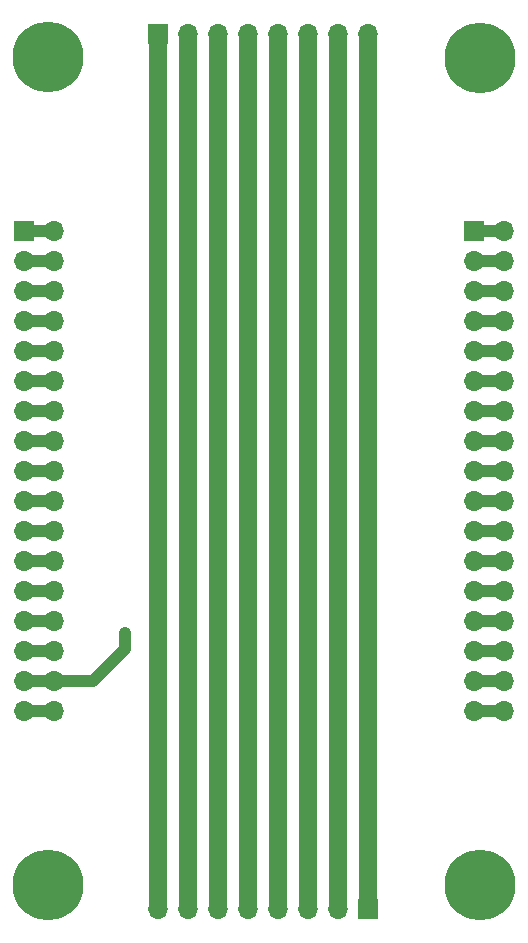
<source format=gbr>
%TF.GenerationSoftware,KiCad,Pcbnew,(5.1.10-1-10_14)*%
%TF.CreationDate,2021-08-24T00:58:23-04:00*%
%TF.ProjectId,breadboard-prototype-bus,62726561-6462-46f6-9172-642d70726f74,rev?*%
%TF.SameCoordinates,Original*%
%TF.FileFunction,Copper,L1,Top*%
%TF.FilePolarity,Positive*%
%FSLAX46Y46*%
G04 Gerber Fmt 4.6, Leading zero omitted, Abs format (unit mm)*
G04 Created by KiCad (PCBNEW (5.1.10-1-10_14)) date 2021-08-24 00:58:23*
%MOMM*%
%LPD*%
G01*
G04 APERTURE LIST*
%TA.AperFunction,ComponentPad*%
%ADD10C,6.000000*%
%TD*%
%TA.AperFunction,ComponentPad*%
%ADD11C,0.800000*%
%TD*%
%TA.AperFunction,ComponentPad*%
%ADD12O,1.700000X1.700000*%
%TD*%
%TA.AperFunction,ComponentPad*%
%ADD13R,1.700000X1.700000*%
%TD*%
%TA.AperFunction,ViaPad*%
%ADD14C,1.000000*%
%TD*%
%TA.AperFunction,Conductor*%
%ADD15C,1.500000*%
%TD*%
%TA.AperFunction,Conductor*%
%ADD16C,1.000000*%
%TD*%
G04 APERTURE END LIST*
D10*
%TO.P,REF\u002A\u002A,1*%
%TO.N,N/C*%
X102610000Y-134590000D03*
D11*
X104860000Y-134590000D03*
X104200990Y-136180990D03*
X102610000Y-136840000D03*
X101019010Y-136180990D03*
X100360000Y-134590000D03*
X101019010Y-132999010D03*
X102610000Y-132340000D03*
X104200990Y-132999010D03*
%TD*%
%TO.P,REF\u002A\u002A,1*%
%TO.N,N/C*%
X67634990Y-132989010D03*
X66044000Y-132330000D03*
X64453010Y-132989010D03*
X63794000Y-134580000D03*
X64453010Y-136170990D03*
X66044000Y-136830000D03*
X67634990Y-136170990D03*
X68294000Y-134580000D03*
D10*
X66044000Y-134580000D03*
%TD*%
%TO.P,REF\u002A\u002A,1*%
%TO.N,N/C*%
X66044000Y-64520000D03*
D11*
X68294000Y-64520000D03*
X67634990Y-66110990D03*
X66044000Y-66770000D03*
X64453010Y-66110990D03*
X63794000Y-64520000D03*
X64453010Y-62929010D03*
X66044000Y-62270000D03*
X67634990Y-62929010D03*
%TD*%
%TO.P,REF\u002A\u002A,1*%
%TO.N,N/C*%
X104200990Y-62939010D03*
X102610000Y-62280000D03*
X101019010Y-62939010D03*
X100360000Y-64530000D03*
X101019010Y-66120990D03*
X102610000Y-66780000D03*
X104200990Y-66120990D03*
X104860000Y-64530000D03*
D10*
X102610000Y-64530000D03*
%TD*%
D12*
%TO.P,J4,8*%
%TO.N,Net-(J1-Pad19)*%
X75320000Y-136590000D03*
%TO.P,J4,7*%
%TO.N,Net-(J1-Pad21)*%
X77860000Y-136590000D03*
%TO.P,J4,6*%
%TO.N,Net-(J1-Pad23)*%
X80400000Y-136590000D03*
%TO.P,J4,5*%
%TO.N,Net-(J1-Pad25)*%
X82940000Y-136590000D03*
%TO.P,J4,4*%
%TO.N,Net-(J1-Pad27)*%
X85480000Y-136590000D03*
%TO.P,J4,3*%
%TO.N,Net-(J1-Pad29)*%
X88020000Y-136590000D03*
%TO.P,J4,2*%
%TO.N,Net-(J1-Pad31)*%
X90560000Y-136590000D03*
D13*
%TO.P,J4,1*%
%TO.N,Net-(J1-Pad33)*%
X93100000Y-136590000D03*
%TD*%
D12*
%TO.P,J3,8*%
%TO.N,Net-(J1-Pad33)*%
X93110000Y-62530000D03*
%TO.P,J3,7*%
%TO.N,Net-(J1-Pad31)*%
X90570000Y-62530000D03*
%TO.P,J3,6*%
%TO.N,Net-(J1-Pad29)*%
X88030000Y-62530000D03*
%TO.P,J3,5*%
%TO.N,Net-(J1-Pad27)*%
X85490000Y-62530000D03*
%TO.P,J3,4*%
%TO.N,Net-(J1-Pad25)*%
X82950000Y-62530000D03*
%TO.P,J3,3*%
%TO.N,Net-(J1-Pad23)*%
X80410000Y-62530000D03*
%TO.P,J3,2*%
%TO.N,Net-(J1-Pad21)*%
X77870000Y-62530000D03*
D13*
%TO.P,J3,1*%
%TO.N,Net-(J1-Pad19)*%
X75330000Y-62530000D03*
%TD*%
D12*
%TO.P,J2,34*%
%TO.N,VCC*%
X66548000Y-119888000D03*
%TO.P,J2,33*%
X64008000Y-119888000D03*
%TO.P,J2,32*%
%TO.N,GND*%
X66548000Y-117348000D03*
%TO.P,J2,31*%
X64008000Y-117348000D03*
%TO.P,J2,30*%
%TO.N,Net-(J2-Pad29)*%
X66548000Y-114808000D03*
%TO.P,J2,29*%
X64008000Y-114808000D03*
%TO.P,J2,28*%
%TO.N,Net-(J2-Pad27)*%
X66548000Y-112268000D03*
%TO.P,J2,27*%
X64008000Y-112268000D03*
%TO.P,J2,26*%
%TO.N,Net-(J2-Pad25)*%
X66548000Y-109728000D03*
%TO.P,J2,25*%
X64008000Y-109728000D03*
%TO.P,J2,24*%
%TO.N,Net-(J2-Pad23)*%
X66548000Y-107188000D03*
%TO.P,J2,23*%
X64008000Y-107188000D03*
%TO.P,J2,22*%
%TO.N,Net-(J2-Pad21)*%
X66548000Y-104648000D03*
%TO.P,J2,21*%
X64008000Y-104648000D03*
%TO.P,J2,20*%
%TO.N,Net-(J2-Pad19)*%
X66548000Y-102108000D03*
%TO.P,J2,19*%
X64008000Y-102108000D03*
%TO.P,J2,18*%
%TO.N,Net-(J2-Pad17)*%
X66548000Y-99568000D03*
%TO.P,J2,17*%
X64008000Y-99568000D03*
%TO.P,J2,16*%
%TO.N,Net-(J1-Pad19)*%
X66548000Y-97028000D03*
%TO.P,J2,15*%
X64008000Y-97028000D03*
%TO.P,J2,14*%
%TO.N,Net-(J1-Pad21)*%
X66548000Y-94488000D03*
%TO.P,J2,13*%
X64008000Y-94488000D03*
%TO.P,J2,12*%
%TO.N,Net-(J1-Pad23)*%
X66548000Y-91948000D03*
%TO.P,J2,11*%
X64008000Y-91948000D03*
%TO.P,J2,10*%
%TO.N,Net-(J1-Pad25)*%
X66548000Y-89408000D03*
%TO.P,J2,9*%
X64008000Y-89408000D03*
%TO.P,J2,8*%
%TO.N,Net-(J1-Pad27)*%
X66548000Y-86868000D03*
%TO.P,J2,7*%
X64008000Y-86868000D03*
%TO.P,J2,6*%
%TO.N,Net-(J1-Pad29)*%
X66548000Y-84328000D03*
%TO.P,J2,5*%
X64008000Y-84328000D03*
%TO.P,J2,4*%
%TO.N,Net-(J1-Pad31)*%
X66548000Y-81788000D03*
%TO.P,J2,3*%
X64008000Y-81788000D03*
%TO.P,J2,2*%
%TO.N,Net-(J1-Pad33)*%
X66548000Y-79248000D03*
D13*
%TO.P,J2,1*%
X64008000Y-79248000D03*
%TD*%
D12*
%TO.P,J1,34*%
%TO.N,Net-(J1-Pad33)*%
X104648000Y-119888000D03*
%TO.P,J1,33*%
X102108000Y-119888000D03*
%TO.P,J1,32*%
%TO.N,Net-(J1-Pad31)*%
X104648000Y-117348000D03*
%TO.P,J1,31*%
X102108000Y-117348000D03*
%TO.P,J1,30*%
%TO.N,Net-(J1-Pad29)*%
X104648000Y-114808000D03*
%TO.P,J1,29*%
X102108000Y-114808000D03*
%TO.P,J1,28*%
%TO.N,Net-(J1-Pad27)*%
X104648000Y-112268000D03*
%TO.P,J1,27*%
X102108000Y-112268000D03*
%TO.P,J1,26*%
%TO.N,Net-(J1-Pad25)*%
X104648000Y-109728000D03*
%TO.P,J1,25*%
X102108000Y-109728000D03*
%TO.P,J1,24*%
%TO.N,Net-(J1-Pad23)*%
X104648000Y-107188000D03*
%TO.P,J1,23*%
X102108000Y-107188000D03*
%TO.P,J1,22*%
%TO.N,Net-(J1-Pad21)*%
X104648000Y-104648000D03*
%TO.P,J1,21*%
X102108000Y-104648000D03*
%TO.P,J1,20*%
%TO.N,Net-(J1-Pad19)*%
X104648000Y-102108000D03*
%TO.P,J1,19*%
X102108000Y-102108000D03*
%TO.P,J1,18*%
%TO.N,Net-(J1-Pad17)*%
X104648000Y-99568000D03*
%TO.P,J1,17*%
X102108000Y-99568000D03*
%TO.P,J1,16*%
%TO.N,Net-(J1-Pad15)*%
X104648000Y-97028000D03*
%TO.P,J1,15*%
X102108000Y-97028000D03*
%TO.P,J1,14*%
%TO.N,Net-(J1-Pad13)*%
X104648000Y-94488000D03*
%TO.P,J1,13*%
X102108000Y-94488000D03*
%TO.P,J1,12*%
%TO.N,Net-(J1-Pad11)*%
X104648000Y-91948000D03*
%TO.P,J1,11*%
X102108000Y-91948000D03*
%TO.P,J1,10*%
%TO.N,Net-(J1-Pad10)*%
X104648000Y-89408000D03*
%TO.P,J1,9*%
X102108000Y-89408000D03*
%TO.P,J1,8*%
%TO.N,Net-(J1-Pad7)*%
X104648000Y-86868000D03*
%TO.P,J1,7*%
X102108000Y-86868000D03*
%TO.P,J1,6*%
%TO.N,Net-(J1-Pad5)*%
X104648000Y-84328000D03*
%TO.P,J1,5*%
X102108000Y-84328000D03*
%TO.P,J1,4*%
%TO.N,GND*%
X104648000Y-81788000D03*
%TO.P,J1,3*%
X102108000Y-81788000D03*
%TO.P,J1,2*%
%TO.N,VCC*%
X104648000Y-79248000D03*
D13*
%TO.P,J1,1*%
X102108000Y-79248000D03*
%TD*%
D14*
%TO.N,Net-(J1-Pad29)*%
X88000000Y-84350000D03*
X88080000Y-114810000D03*
%TO.N,Net-(J1-Pad27)*%
X85480000Y-86890000D03*
X85550000Y-112250000D03*
%TO.N,Net-(J1-Pad25)*%
X82940000Y-89390000D03*
X83010000Y-109720000D03*
%TO.N,Net-(J1-Pad23)*%
X80440000Y-91960000D03*
X80500000Y-107180000D03*
%TO.N,Net-(J1-Pad21)*%
X77800000Y-94480000D03*
X77970000Y-104670000D03*
%TO.N,Net-(J1-Pad19)*%
X75260000Y-102100000D03*
X75280000Y-97030000D03*
%TO.N,GND*%
X72600000Y-113240000D03*
%TO.N,Net-(J1-Pad33)*%
X93110000Y-79270000D03*
X93150000Y-119900000D03*
%TO.N,Net-(J1-Pad31)*%
X90540000Y-81820000D03*
X90590000Y-117360000D03*
%TD*%
D15*
%TO.N,Net-(J1-Pad29)*%
X88030000Y-136580000D02*
X88020000Y-136590000D01*
X88030000Y-62530000D02*
X88030000Y-136580000D01*
D16*
X104648000Y-114808000D02*
X102108000Y-114808000D01*
X64008000Y-84328000D02*
X66548000Y-84328000D01*
D15*
%TO.N,Net-(J1-Pad27)*%
X85480000Y-62540000D02*
X85490000Y-62530000D01*
X85480000Y-136590000D02*
X85480000Y-62540000D01*
D16*
X102108000Y-112268000D02*
X104648000Y-112268000D01*
X66548000Y-86868000D02*
X64008000Y-86868000D01*
D15*
%TO.N,Net-(J1-Pad25)*%
X82950000Y-136580000D02*
X82940000Y-136590000D01*
X82950000Y-62530000D02*
X82950000Y-136580000D01*
D16*
X104648000Y-109728000D02*
X102108000Y-109728000D01*
X64008000Y-89408000D02*
X66548000Y-89408000D01*
D15*
%TO.N,Net-(J1-Pad23)*%
X80400000Y-62540000D02*
X80410000Y-62530000D01*
X80400000Y-136590000D02*
X80400000Y-62540000D01*
D16*
X102108000Y-107188000D02*
X104648000Y-107188000D01*
X64008000Y-91948000D02*
X66548000Y-91948000D01*
D15*
%TO.N,Net-(J1-Pad21)*%
X77870000Y-136580000D02*
X77860000Y-136590000D01*
X77870000Y-62530000D02*
X77870000Y-136580000D01*
D16*
X104648000Y-104648000D02*
X102108000Y-104648000D01*
X66548000Y-94488000D02*
X64008000Y-94488000D01*
D15*
%TO.N,Net-(J1-Pad19)*%
X75320000Y-62540000D02*
X75330000Y-62530000D01*
X75320000Y-136590000D02*
X75320000Y-62540000D01*
D16*
X102108000Y-102108000D02*
X104648000Y-102108000D01*
X64008000Y-97028000D02*
X66548000Y-97028000D01*
%TO.N,Net-(J1-Pad17)*%
X102108000Y-99568000D02*
X104648000Y-99568000D01*
%TO.N,Net-(J1-Pad15)*%
X104648000Y-97028000D02*
X102108000Y-97028000D01*
%TO.N,Net-(J1-Pad13)*%
X102108000Y-94488000D02*
X104648000Y-94488000D01*
%TO.N,Net-(J1-Pad11)*%
X104648000Y-91948000D02*
X102108000Y-91948000D01*
%TO.N,Net-(J1-Pad10)*%
X102108000Y-89408000D02*
X104648000Y-89408000D01*
%TO.N,Net-(J1-Pad7)*%
X104648000Y-86868000D02*
X102108000Y-86868000D01*
%TO.N,Net-(J1-Pad5)*%
X102108000Y-84328000D02*
X104648000Y-84328000D01*
%TO.N,Net-(J2-Pad29)*%
X66548000Y-114808000D02*
X64008000Y-114808000D01*
%TO.N,Net-(J2-Pad27)*%
X64008000Y-112268000D02*
X66548000Y-112268000D01*
%TO.N,Net-(J2-Pad25)*%
X66548000Y-109728000D02*
X64008000Y-109728000D01*
%TO.N,Net-(J2-Pad23)*%
X64008000Y-107188000D02*
X66548000Y-107188000D01*
%TO.N,Net-(J2-Pad21)*%
X66548000Y-104648000D02*
X64008000Y-104648000D01*
%TO.N,Net-(J2-Pad19)*%
X64008000Y-102108000D02*
X66548000Y-102108000D01*
%TO.N,Net-(J2-Pad17)*%
X66548000Y-99568000D02*
X64008000Y-99568000D01*
%TO.N,VCC*%
X102108000Y-79248000D02*
X104648000Y-79248000D01*
X64008000Y-119888000D02*
X66548000Y-119888000D01*
%TO.N,GND*%
X64008000Y-117348000D02*
X66548000Y-117348000D01*
X66548000Y-117348000D02*
X69842000Y-117348000D01*
X69842000Y-117348000D02*
X72590000Y-114600000D01*
X72590000Y-114600000D02*
X72590000Y-113220000D01*
X104648000Y-81788000D02*
X102108000Y-81788000D01*
D15*
%TO.N,Net-(J1-Pad33)*%
X93110000Y-136580000D02*
X93100000Y-136590000D01*
X93110000Y-62530000D02*
X93110000Y-136580000D01*
D16*
X102108000Y-119888000D02*
X104648000Y-119888000D01*
X64008000Y-79248000D02*
X66548000Y-79248000D01*
D15*
%TO.N,Net-(J1-Pad31)*%
X90560000Y-62540000D02*
X90570000Y-62530000D01*
X90560000Y-136590000D02*
X90560000Y-62540000D01*
D16*
X102108000Y-117348000D02*
X104648000Y-117348000D01*
X66548000Y-81788000D02*
X64008000Y-81788000D01*
%TD*%
M02*

</source>
